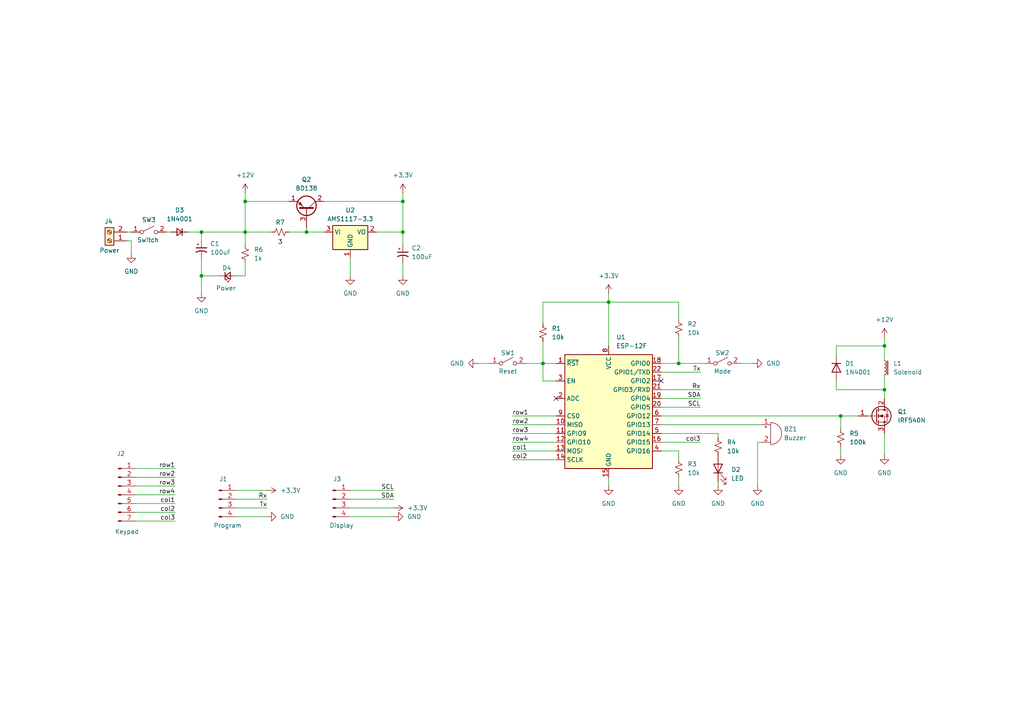
<source format=kicad_sch>
(kicad_sch (version 20231120) (generator "eeschema") (generator_version "8.0")
  (paper "A4")
  (lib_symbols
    (symbol "Connector:Conn_01x04_Pin" (pin_names (offset 1.016) hide)
      (property "Reference" "J" (at 0 5.08 0))
      (property "Value" "Conn_01x04_Pin" (at 0 -7.62 0))
      (symbol "Conn_01x04_Pin_1_1"
        (polyline (pts (xy 1.27 -5.08) (xy 0.8636 -5.08)) (stroke (width 0.1524)))
        (polyline (pts (xy 1.27 -2.54) (xy 0.8636 -2.54)) (stroke (width 0.1524)))
        (polyline (pts (xy 1.27 0) (xy 0.8636 0)) (stroke (width 0.1524)))
        (polyline (pts (xy 1.27 2.54) (xy 0.8636 2.54)) (stroke (width 0.1524)))
        (rectangle (start 0.8636 -4.953) (end 0 -5.207) (stroke (width 0.1524)) (fill (type outline)))
        (rectangle (start 0.8636 -2.413) (end 0 -2.667) (stroke (width 0.1524)) (fill (type outline)))
        (rectangle (start 0.8636 0.127) (end 0 -0.127) (stroke (width 0.1524)) (fill (type outline)))
        (rectangle (start 0.8636 2.667) (end 0 2.413) (stroke (width 0.1524)) (fill (type outline)))
        (pin passive line (at 5.08 2.54 180) (length 3.81) (name "Pin_1") (number "1"))
        (pin passive line (at 5.08 0 180) (length 3.81) (name "Pin_2") (number "2"))
        (pin passive line (at 5.08 -2.54 180) (length 3.81) (name "Pin_3") (number "3"))
        (pin passive line (at 5.08 -5.08 180) (length 3.81) (name "Pin_4") (number "4"))
      )
    )
    (symbol "Connector:Conn_01x07_Pin" (pin_names (offset 1.016) hide)
      (property "Reference" "J" (at 0 10.16 0))
      (property "Value" "Conn_01x07_Pin" (at 0 -10.16 0))
      (symbol "Conn_01x07_Pin_1_1"
        (polyline (pts (xy 1.27 -7.62) (xy 0.8636 -7.62)) (stroke (width 0.1524)))
        (polyline (pts (xy 1.27 -5.08) (xy 0.8636 -5.08)) (stroke (width 0.1524)))
        (polyline (pts (xy 1.27 -2.54) (xy 0.8636 -2.54)) (stroke (width 0.1524)))
        (polyline (pts (xy 1.27 0) (xy 0.8636 0)) (stroke (width 0.1524)))
        (polyline (pts (xy 1.27 2.54) (xy 0.8636 2.54)) (stroke (width 0.1524)))
        (polyline (pts (xy 1.27 5.08) (xy 0.8636 5.08)) (stroke (width 0.1524)))
        (polyline (pts (xy 1.27 7.62) (xy 0.8636 7.62)) (stroke (width 0.1524)))
        (rectangle (start 0.8636 -7.493) (end 0 -7.747) (stroke (width 0.1524)) (fill (type outline)))
        (rectangle (start 0.8636 -4.953) (end 0 -5.207) (stroke (width 0.1524)) (fill (type outline)))
        (rectangle (start 0.8636 -2.413) (end 0 -2.667) (stroke (width 0.1524)) (fill (type outline)))
        (rectangle (start 0.8636 0.127) (end 0 -0.127) (stroke (width 0.1524)) (fill (type outline)))
        (rectangle (start 0.8636 2.667) (end 0 2.413) (stroke (width 0.1524)) (fill (type outline)))
        (rectangle (start 0.8636 5.207) (end 0 4.953) (stroke (width 0.1524)) (fill (type outline)))
        (rectangle (start 0.8636 7.747) (end 0 7.493) (stroke (width 0.1524)) (fill (type outline)))
        (pin passive line (at 5.08 7.62 180) (length 3.81) (name "Pin_1") (number "1"))
        (pin passive line (at 5.08 5.08 180) (length 3.81) (name "Pin_2") (number "2"))
        (pin passive line (at 5.08 2.54 180) (length 3.81) (name "Pin_3") (number "3"))
        (pin passive line (at 5.08 0 180) (length 3.81) (name "Pin_4") (number "4"))
        (pin passive line (at 5.08 -2.54 180) (length 3.81) (name "Pin_5") (number "5"))
        (pin passive line (at 5.08 -5.08 180) (length 3.81) (name "Pin_6") (number "6"))
        (pin passive line (at 5.08 -7.62 180) (length 3.81) (name "Pin_7") (number "7"))
      )
    )
    (symbol "Connector:Screw_Terminal_01x02" (pin_names (offset 1.016) hide)
      (property "Reference" "J" (at 0 2.54 0))
      (property "Value" "Screw_Terminal_01x02" (at 0 -5.08 0))
      (symbol "Screw_Terminal_01x02_1_1"
        (rectangle (start -1.27 1.27) (end 1.27 -3.81) (stroke (width 0.254)) (fill (type background)))
        (circle (center 0 -2.54) (radius 0.635) (stroke (width 0.1524)))
        (polyline (pts (xy -0.5334 -2.2098) (xy 0.3302 -3.048)) (stroke (width 0.1524)))
        (polyline (pts (xy -0.5334 0.3302) (xy 0.3302 -0.508)) (stroke (width 0.1524)))
        (polyline (pts (xy -0.3556 -2.032) (xy 0.508 -2.8702)) (stroke (width 0.1524)))
        (polyline (pts (xy -0.3556 0.508) (xy 0.508 -0.3302)) (stroke (width 0.1524)))
        (circle (center 0 0) (radius 0.635) (stroke (width 0.1524)))
        (pin passive line (at -5.08 0 0) (length 3.81) (name "Pin_1") (number "1"))
        (pin passive line (at -5.08 -2.54 0) (length 3.81) (name "Pin_2") (number "2"))
      )
    )
    (symbol "Device:Buzzer" (pin_names (offset 0.0254) hide)
      (property "Reference" "BZ" (at 3.81 1.27 0))
      (property "Value" "Buzzer" (at 3.81 -1.27 0))
      (symbol "Buzzer_0_1"
        (arc (start 0 -3.175) (mid 3.1612 0) (end 0 3.175))
        (polyline (pts (xy -1.651 1.905) (xy -1.143 1.905)))
        (polyline (pts (xy -1.397 2.159) (xy -1.397 1.651)))
        (polyline (pts (xy 0 3.175) (xy 0 -3.175)))
      )
      (symbol "Buzzer_1_1"
        (pin passive line (at -2.54 2.54 0) (length 2.54) (name "+") (number "1"))
        (pin passive line (at -2.54 -2.54 0) (length 2.54) (name "-") (number "2"))
      )
    )
    (symbol "Device:C_Polarized_Small_US" (pin_numbers hide) (pin_names (offset 0.254) hide)
      (property "Reference" "C" (at 0.254 1.778 0))
      (property "Value" "C_Polarized_Small_US" (at 0.254 -2.032 0))
      (symbol "C_Polarized_Small_US_0_1"
        (polyline (pts (xy -1.524 0.508) (xy 1.524 0.508)) (stroke (width 0.3048)))
        (polyline (pts (xy -1.27 1.524) (xy -0.762 1.524)))
        (polyline (pts (xy -1.016 1.27) (xy -1.016 1.778)))
        (arc (start 1.524 -0.762) (mid 0 -0.3734) (end -1.524 -0.762) (stroke (width 0.3048)))
      )
      (symbol "C_Polarized_Small_US_1_1"
        (pin passive line (at 0 2.54 270) (length 2.032) (name "~") (number "1"))
        (pin passive line (at 0 -2.54 90) (length 2.032) (name "~") (number "2"))
      )
    )
    (symbol "Device:D_Small" (pin_numbers hide) (pin_names (offset 0.254) hide)
      (property "Reference" "D" (at -1.27 2.032 0))
      (property "Value" "D_Small" (at -3.81 -2.032 0))
      (symbol "D_Small_0_1"
        (polyline (pts (xy -0.762 -1.016) (xy -0.762 1.016)) (stroke (width 0.254)))
        (polyline (pts (xy -0.762 0) (xy 0.762 0)))
        (polyline (pts (xy 0.762 -1.016) (xy -0.762 0) (xy 0.762 1.016) (xy 0.762 -1.016)) (stroke (width 0.254)))
      )
      (symbol "D_Small_1_1"
        (pin passive line (at -2.54 0 0) (length 1.778) (name "K") (number "1"))
        (pin passive line (at 2.54 0 180) (length 1.778) (name "A") (number "2"))
      )
    )
    (symbol "Device:LED" (pin_numbers hide) (pin_names (offset 1.016) hide)
      (property "Reference" "D" (at 0 2.54 0))
      (property "Value" "LED" (at 0 -2.54 0))
      (symbol "LED_0_1"
        (polyline (pts (xy -1.27 -1.27) (xy -1.27 1.27)) (stroke (width 0.254)))
        (polyline (pts (xy -1.27 0) (xy 1.27 0)))
        (polyline (pts (xy 1.27 -1.27) (xy 1.27 1.27) (xy -1.27 0) (xy 1.27 -1.27)) (stroke (width 0.254)))
        (polyline (pts (xy -3.048 -0.762) (xy -4.572 -2.286) (xy -3.81 -2.286) (xy -4.572 -2.286) (xy -4.572 -1.524)))
        (polyline (pts (xy -1.778 -0.762) (xy -3.302 -2.286) (xy -2.54 -2.286) (xy -3.302 -2.286) (xy -3.302 -1.524)))
      )
      (symbol "LED_1_1"
        (pin passive line (at -3.81 0 0) (length 2.54) (name "K") (number "1"))
        (pin passive line (at 3.81 0 180) (length 2.54) (name "A") (number "2"))
      )
    )
    (symbol "Device:LED_Small" (pin_numbers hide) (pin_names (offset 0.254) hide)
      (property "Reference" "D" (at -1.27 3.175 0))
      (property "Value" "LED_Small" (at -4.445 -2.54 0))
      (symbol "LED_Small_0_1"
        (polyline (pts (xy -0.762 -1.016) (xy -0.762 1.016)) (stroke (width 0.254)))
        (polyline (pts (xy 1.016 0) (xy -0.762 0)))
        (polyline (pts (xy 0.762 -1.016) (xy -0.762 0) (xy 0.762 1.016) (xy 0.762 -1.016)) (stroke (width 0.254)))
        (polyline (pts (xy 0 0.762) (xy -0.508 1.27) (xy -0.254 1.27) (xy -0.508 1.27) (xy -0.508 1.016)))
        (polyline (pts (xy 0.508 1.27) (xy 0 1.778) (xy 0.254 1.778) (xy 0 1.778) (xy 0 1.524)))
      )
      (symbol "LED_Small_1_1"
        (pin passive line (at -2.54 0 0) (length 1.778) (name "K") (number "1"))
        (pin passive line (at 2.54 0 180) (length 1.778) (name "A") (number "2"))
      )
    )
    (symbol "Device:L_Iron_Small" (pin_numbers hide) (pin_names (offset 0.254) hide)
      (property "Reference" "L" (at 1.27 1.016 0))
      (property "Value" "L_Iron_Small" (at 1.27 -1.27 0))
      (symbol "L_Iron_Small_0_1"
        (arc (start 0 -2.032) (mid 0.5058 -1.524) (end 0 -1.016))
        (arc (start 0 -1.016) (mid 0.5058 -0.508) (end 0 0))
        (polyline (pts (xy 0.762 2.032) (xy 0.762 -2.032)))
        (polyline (pts (xy 1.016 -2.032) (xy 1.016 2.032)))
        (arc (start 0 0) (mid 0.5058 0.508) (end 0 1.016))
        (arc (start 0 1.016) (mid 0.5058 1.524) (end 0 2.032))
      )
      (symbol "L_Iron_Small_1_1"
        (pin passive line (at 0 2.54 270) (length 0.508) (name "~") (number "1"))
        (pin passive line (at 0 -2.54 90) (length 0.508) (name "~") (number "2"))
      )
    )
    (symbol "Device:R_Small_US" (pin_numbers hide) (pin_names (offset 0.254) hide)
      (property "Reference" "R" (at 0.762 0.508 0))
      (property "Value" "R_Small_US" (at 0.762 -1.016 0))
      (symbol "R_Small_US_1_1"
        (polyline (pts (xy 0 0) (xy 1.016 -0.381) (xy 0 -0.762) (xy -1.016 -1.143) (xy 0 -1.524)))
        (polyline (pts (xy 0 1.524) (xy 1.016 1.143) (xy 0 0.762) (xy -1.016 0.381) (xy 0 0)))
        (pin passive line (at 0 2.54 270) (length 1.016) (name "~") (number "1"))
        (pin passive line (at 0 -2.54 90) (length 1.016) (name "~") (number "2"))
      )
    )
    (symbol "Diode:1N4001" (pin_numbers hide) (pin_names hide)
      (property "Reference" "D" (at 0 2.54 0))
      (property "Value" "1N4001" (at 0 -2.54 0))
      (symbol "1N4001_0_1"
        (polyline (pts (xy -1.27 1.27) (xy -1.27 -1.27)) (stroke (width 0.254)))
        (polyline (pts (xy 1.27 0) (xy -1.27 0)))
        (polyline (pts (xy 1.27 1.27) (xy 1.27 -1.27) (xy -1.27 0) (xy 1.27 1.27)) (stroke (width 0.254)))
      )
      (symbol "1N4001_1_1"
        (pin passive line (at -3.81 0 0) (length 2.54) (name "K") (number "1"))
        (pin passive line (at 3.81 0 180) (length 2.54) (name "A") (number "2"))
      )
    )
    (symbol "RF_Module:ESP-12F"
      (property "Reference" "U" (at -12.7 19.05 0))
      (property "Value" "ESP-12F" (at 12.7 19.05 0))
      (symbol "ESP-12F_0_1"
        (rectangle (start -12.7 17.78) (end 12.7 -15.24) (stroke (width 0.254)) (fill (type background)))
      )
      (symbol "ESP-12F_1_1"
        (pin input line (at -15.24 15.24 0) (length 2.54) (name "~{RST}") (number "1"))
        (pin bidirectional line (at -15.24 -2.54 0) (length 2.54) (name "MISO") (number "10"))
        (pin bidirectional line (at -15.24 -5.08 0) (length 2.54) (name "GPIO9") (number "11"))
        (pin bidirectional line (at -15.24 -7.62 0) (length 2.54) (name "GPIO10") (number "12"))
        (pin bidirectional line (at -15.24 -10.16 0) (length 2.54) (name "MOSI") (number "13"))
        (pin bidirectional line (at -15.24 -12.7 0) (length 2.54) (name "SCLK") (number "14"))
        (pin power_in line (at 0 -17.78 90) (length 2.54) (name "GND") (number "15"))
        (pin bidirectional line (at 15.24 -7.62 180) (length 2.54) (name "GPIO15") (number "16"))
        (pin bidirectional line (at 15.24 10.16 180) (length 2.54) (name "GPIO2") (number "17"))
        (pin bidirectional line (at 15.24 15.24 180) (length 2.54) (name "GPIO0") (number "18"))
        (pin bidirectional line (at 15.24 5.08 180) (length 2.54) (name "GPIO4") (number "19"))
        (pin input line (at -15.24 5.08 0) (length 2.54) (name "ADC") (number "2"))
        (pin bidirectional line (at 15.24 2.54 180) (length 2.54) (name "GPIO5") (number "20"))
        (pin bidirectional line (at 15.24 7.62 180) (length 2.54) (name "GPIO3/RXD") (number "21"))
        (pin bidirectional line (at 15.24 12.7 180) (length 2.54) (name "GPIO1/TXD") (number "22"))
        (pin input line (at -15.24 10.16 0) (length 2.54) (name "EN") (number "3"))
        (pin bidirectional line (at 15.24 -10.16 180) (length 2.54) (name "GPIO16") (number "4"))
        (pin bidirectional line (at 15.24 -5.08 180) (length 2.54) (name "GPIO14") (number "5"))
        (pin bidirectional line (at 15.24 0 180) (length 2.54) (name "GPIO12") (number "6"))
        (pin bidirectional line (at 15.24 -2.54 180) (length 2.54) (name "GPIO13") (number "7"))
        (pin power_in line (at 0 20.32 270) (length 2.54) (name "VCC") (number "8"))
        (pin input line (at -15.24 0 0) (length 2.54) (name "CS0") (number "9"))
      )
    )
    (symbol "Regulator_Linear:AMS1117-3.3"
      (property "Reference" "U" (at -3.81 3.175 0))
      (property "Value" "AMS1117-3.3" (at 0 3.175 0))
      (symbol "AMS1117-3.3_0_1"
        (rectangle (start -5.08 -5.08) (end 5.08 1.905) (stroke (width 0.254)) (fill (type background)))
      )
      (symbol "AMS1117-3.3_1_1"
        (pin power_in line (at 0 -7.62 90) (length 2.54) (name "GND") (number "1"))
        (pin power_out line (at 7.62 0 180) (length 2.54) (name "VO") (number "2"))
        (pin power_in line (at -7.62 0 0) (length 2.54) (name "VI") (number "3"))
      )
    )
    (symbol "Switch:SW_SPST" (pin_names (offset 0) hide)
      (property "Reference" "SW" (at 0 3.175 0))
      (property "Value" "SW_SPST" (at 0 -2.54 0))
      (symbol "SW_SPST_0_0"
        (circle (center -2.032 0) (radius 0.508))
        (polyline (pts (xy -1.524 0.254) (xy 1.524 1.778)))
        (circle (center 2.032 0) (radius 0.508))
      )
      (symbol "SW_SPST_1_1"
        (pin passive line (at -5.08 0 0) (length 2.54) (name "A") (number "1"))
        (pin passive line (at 5.08 0 180) (length 2.54) (name "B") (number "2"))
      )
    )
    (symbol "Transistor_BJT:BD138" (pin_names (offset 0) hide)
      (property "Reference" "Q" (at 5.08 1.905 0))
      (property "Value" "BD138" (at 5.08 0 0))
      (symbol "BD138_0_1"
        (polyline (pts (xy 0 0) (xy 0.635 0)))
        (polyline (pts (xy 2.54 -2.54) (xy 0.635 -0.635)))
        (polyline (pts (xy 2.54 2.54) (xy 0.635 0.635)))
        (polyline (pts (xy 0.635 1.905) (xy 0.635 -1.905) (xy 0.635 -1.905)) (stroke (width 0.508)) (fill (type outline)))
        (polyline (pts (xy 1.778 -2.286) (xy 2.286 -1.778) (xy 1.27 -1.27) (xy 1.778 -2.286) (xy 1.778 -2.286)) (fill (type outline)))
        (circle (center 1.27 0) (radius 2.8194) (stroke (width 0.3048)))
      )
      (symbol "BD138_1_1"
        (pin passive line (at 2.54 -5.08 90) (length 2.54) (name "E") (number "1"))
        (pin passive line (at 2.54 5.08 270) (length 2.54) (name "C") (number "2"))
        (pin input line (at -5.08 0 0) (length 5.08) (name "B") (number "3"))
      )
    )
    (symbol "Transistor_FET:IRF540N" (pin_names hide)
      (property "Reference" "Q" (at 5.08 1.905 0))
      (property "Value" "IRF540N" (at 5.08 0 0))
      (symbol "IRF540N_0_1"
        (polyline (pts (xy 0.254 0) (xy -2.54 0)))
        (polyline (pts (xy 0.254 1.905) (xy 0.254 -1.905)) (stroke (width 0.254)))
        (polyline (pts (xy 0.762 -1.27) (xy 0.762 -2.286)) (stroke (width 0.254)))
        (polyline (pts (xy 0.762 0.508) (xy 0.762 -0.508)) (stroke (width 0.254)))
        (polyline (pts (xy 0.762 2.286) (xy 0.762 1.27)) (stroke (width 0.254)))
        (polyline (pts (xy 2.54 2.54) (xy 2.54 1.778)))
        (polyline (pts (xy 2.54 -2.54) (xy 2.54 0) (xy 0.762 0)))
        (polyline (pts (xy 0.762 -1.778) (xy 3.302 -1.778) (xy 3.302 1.778) (xy 0.762 1.778)))
        (polyline (pts (xy 1.016 0) (xy 2.032 0.381) (xy 2.032 -0.381) (xy 1.016 0)) (fill (type outline)))
        (polyline (pts (xy 2.794 0.508) (xy 2.921 0.381) (xy 3.683 0.381) (xy 3.81 0.254)))
        (polyline (pts (xy 3.302 0.381) (xy 2.921 -0.254) (xy 3.683 -0.254) (xy 3.302 0.381)))
        (circle (center 1.651 0) (radius 2.794) (stroke (width 0.254)))
        (circle (center 2.54 -1.778) (radius 0.254) (fill (type outline)))
        (circle (center 2.54 1.778) (radius 0.254) (fill (type outline)))
      )
      (symbol "IRF540N_1_1"
        (pin input line (at -5.08 0 0) (length 2.54) (name "G") (number "1"))
        (pin passive line (at 2.54 5.08 270) (length 2.54) (name "D") (number "2"))
        (pin passive line (at 2.54 -5.08 90) (length 2.54) (name "S") (number "3"))
      )
    )
    (symbol "power:+12V" (power) (pin_numbers hide) (pin_names (offset 0) hide)
      (property "Value" "+12V" (at 0 3.556 0))
      (symbol "+12V_0_1"
        (polyline (pts (xy -0.762 1.27) (xy 0 2.54)))
        (polyline (pts (xy 0 0) (xy 0 2.54)))
        (polyline (pts (xy 0 2.54) (xy 0.762 1.27)))
      )
      (symbol "+12V_1_1"
        (pin power_in line (at 0 0 90) (length 0) (name "~") (number "1"))
      )
    )
    (symbol "power:+3.3V" (power) (pin_numbers hide) (pin_names (offset 0) hide)
      (property "Value" "+3.3V" (at 0 3.556 0))
      (symbol "+3.3V_0_1"
        (polyline (pts (xy -0.762 1.27) (xy 0 2.54)))
        (polyline (pts (xy 0 0) (xy 0 2.54)))
        (polyline (pts (xy 0 2.54) (xy 0.762 1.27)))
      )
      (symbol "+3.3V_1_1"
        (pin power_in line (at 0 0 90) (length 0) (name "~") (number "1"))
      )
    )
    (symbol "power:GND" (power) (pin_numbers hide) (pin_names (offset 0) hide)
      (property "Value" "GND" (at 0 -3.81 0))
      (symbol "GND_0_1"
        (polyline (pts (xy 0 0) (xy 0 -1.27) (xy 1.27 -1.27) (xy 0 -2.54) (xy -1.27 -1.27) (xy 0 -1.27)))
      )
      (symbol "GND_1_1"
        (pin power_in line (at 0 0 270) (length 0) (name "~") (number "1"))
      )
    )
  )
  (junction (at 58.42 80.01))
  (junction (at 196.85 105.41))
  (junction (at 71.12 67.31))
  (junction (at 88.9 67.31))
  (junction (at 116.84 67.31))
  (junction (at 176.53 87.63))
  (junction (at 58.42 67.31))
  (junction (at 116.84 58.42))
  (junction (at 243.84 120.65))
  (junction (at 256.54 100.33))
  (junction (at 71.12 58.42))
  (junction (at 157.48 105.41))
  (junction (at 256.54 113.03))
  (no_connect (at 191.77 110.49))
  (no_connect (at 161.29 115.57))
  (wire (pts (xy 101.6 147.32) (xy 114.3 147.32)))
  (wire (pts (xy 219.71 128.27) (xy 220.98 128.27)))
  (wire (pts (xy 148.59 128.27) (xy 161.29 128.27)))
  (wire (pts (xy 157.48 93.98) (xy 157.48 87.63)))
  (wire (pts (xy 36.83 69.85) (xy 38.1 69.85)))
  (wire (pts (xy 256.54 113.03) (xy 256.54 115.57)))
  (wire (pts (xy 38.1 69.85) (xy 38.1 73.66)))
  (wire (pts (xy 138.43 105.41) (xy 142.24 105.41)))
  (wire (pts (xy 58.42 80.01) (xy 58.42 74.93)))
  (wire (pts (xy 68.58 149.86) (xy 77.47 149.86)))
  (wire (pts (xy 116.84 76.2) (xy 116.84 80.01)))
  (wire (pts (xy 71.12 67.31) (xy 71.12 71.12)))
  (wire (pts (xy 88.9 66.04) (xy 88.9 67.31)))
  (wire (pts (xy 39.37 140.97) (xy 50.8 140.97)))
  (wire (pts (xy 196.85 92.71) (xy 196.85 87.63)))
  (wire (pts (xy 176.53 138.43) (xy 176.53 140.97)))
  (wire (pts (xy 116.84 67.31) (xy 116.84 71.12)))
  (wire (pts (xy 88.9 67.31) (xy 93.98 67.31)))
  (wire (pts (xy 214.63 105.41) (xy 218.44 105.41)))
  (wire (pts (xy 58.42 67.31) (xy 71.12 67.31)))
  (wire (pts (xy 101.6 149.86) (xy 114.3 149.86)))
  (wire (pts (xy 71.12 58.42) (xy 71.12 67.31)))
  (wire (pts (xy 191.77 107.95) (xy 203.2 107.95)))
  (wire (pts (xy 191.77 118.11) (xy 203.2 118.11)))
  (wire (pts (xy 68.58 142.24) (xy 77.47 142.24)))
  (wire (pts (xy 196.85 97.79) (xy 196.85 105.41)))
  (wire (pts (xy 58.42 80.01) (xy 58.42 85.09)))
  (wire (pts (xy 191.77 120.65) (xy 243.84 120.65)))
  (wire (pts (xy 152.4 105.41) (xy 157.48 105.41)))
  (wire (pts (xy 243.84 120.65) (xy 248.92 120.65)))
  (wire (pts (xy 39.37 148.59) (xy 50.8 148.59)))
  (wire (pts (xy 157.48 99.06) (xy 157.48 105.41)))
  (wire (pts (xy 148.59 120.65) (xy 161.29 120.65)))
  (wire (pts (xy 157.48 105.41) (xy 161.29 105.41)))
  (wire (pts (xy 191.77 105.41) (xy 196.85 105.41)))
  (wire (pts (xy 157.48 105.41) (xy 157.48 110.49)))
  (wire (pts (xy 208.28 125.73) (xy 208.28 127)))
  (wire (pts (xy 68.58 80.01) (xy 71.12 80.01)))
  (wire (pts (xy 71.12 58.42) (xy 83.82 58.42)))
  (wire (pts (xy 71.12 67.31) (xy 78.74 67.31)))
  (wire (pts (xy 176.53 85.09) (xy 176.53 87.63)))
  (wire (pts (xy 256.54 125.73) (xy 256.54 132.08)))
  (wire (pts (xy 176.53 87.63) (xy 196.85 87.63)))
  (wire (pts (xy 116.84 55.88) (xy 116.84 58.42)))
  (wire (pts (xy 71.12 55.88) (xy 71.12 58.42)))
  (wire (pts (xy 196.85 138.43) (xy 196.85 140.97)))
  (wire (pts (xy 68.58 147.32) (xy 77.47 147.32)))
  (wire (pts (xy 242.57 100.33) (xy 242.57 102.87)))
  (wire (pts (xy 109.22 67.31) (xy 116.84 67.31)))
  (wire (pts (xy 242.57 113.03) (xy 256.54 113.03)))
  (wire (pts (xy 191.77 113.03) (xy 203.2 113.03)))
  (wire (pts (xy 196.85 130.81) (xy 196.85 133.35)))
  (wire (pts (xy 39.37 138.43) (xy 50.8 138.43)))
  (wire (pts (xy 54.61 67.31) (xy 58.42 67.31)))
  (wire (pts (xy 157.48 110.49) (xy 161.29 110.49)))
  (wire (pts (xy 242.57 110.49) (xy 242.57 113.03)))
  (wire (pts (xy 39.37 135.89) (xy 50.8 135.89)))
  (wire (pts (xy 256.54 97.79) (xy 256.54 100.33)))
  (wire (pts (xy 256.54 100.33) (xy 242.57 100.33)))
  (wire (pts (xy 243.84 129.54) (xy 243.84 132.08)))
  (wire (pts (xy 116.84 58.42) (xy 116.84 67.31)))
  (wire (pts (xy 93.98 58.42) (xy 116.84 58.42)))
  (wire (pts (xy 68.58 144.78) (xy 77.47 144.78)))
  (wire (pts (xy 219.71 140.97) (xy 219.71 128.27)))
  (wire (pts (xy 48.26 67.31) (xy 49.53 67.31)))
  (wire (pts (xy 83.82 67.31) (xy 88.9 67.31)))
  (wire (pts (xy 191.77 130.81) (xy 196.85 130.81)))
  (wire (pts (xy 191.77 128.27) (xy 203.2 128.27)))
  (wire (pts (xy 157.48 87.63) (xy 176.53 87.63)))
  (wire (pts (xy 196.85 105.41) (xy 204.47 105.41)))
  (wire (pts (xy 101.6 74.93) (xy 101.6 80.01)))
  (wire (pts (xy 58.42 67.31) (xy 58.42 69.85)))
  (wire (pts (xy 256.54 104.14) (xy 256.54 100.33)))
  (wire (pts (xy 101.6 144.78) (xy 114.3 144.78)))
  (wire (pts (xy 71.12 80.01) (xy 71.12 76.2)))
  (wire (pts (xy 191.77 115.57) (xy 203.2 115.57)))
  (wire (pts (xy 148.59 125.73) (xy 161.29 125.73)))
  (wire (pts (xy 176.53 87.63) (xy 176.53 100.33)))
  (wire (pts (xy 39.37 143.51) (xy 50.8 143.51)))
  (wire (pts (xy 243.84 120.65) (xy 243.84 124.46)))
  (wire (pts (xy 39.37 151.13) (xy 50.8 151.13)))
  (wire (pts (xy 148.59 123.19) (xy 161.29 123.19)))
  (wire (pts (xy 191.77 125.73) (xy 208.28 125.73)))
  (wire (pts (xy 208.28 139.7) (xy 208.28 140.97)))
  (wire (pts (xy 63.5 80.01) (xy 58.42 80.01)))
  (wire (pts (xy 148.59 133.35) (xy 161.29 133.35)))
  (wire (pts (xy 148.59 130.81) (xy 161.29 130.81)))
  (wire (pts (xy 191.77 123.19) (xy 220.98 123.19)))
  (wire (pts (xy 256.54 109.22) (xy 256.54 113.03)))
  (wire (pts (xy 39.37 146.05) (xy 50.8 146.05)))
  (wire (pts (xy 38.1 67.31) (xy 36.83 67.31)))
  (wire (pts (xy 101.6 142.24) (xy 114.3 142.24)))
  (label "SCL" (at 203.2 118.11 180))
  (label "row4" (at 148.59 128.27 0))
  (label "row1" (at 50.8 135.89 180))
  (label "col1" (at 50.8 146.05 180))
  (label "col2" (at 148.59 133.35 0))
  (label "row3" (at 148.59 125.73 0))
  (label "SCL" (at 114.3 142.24 180))
  (label "Rx" (at 203.2 113.03 180))
  (label "Tx" (at 77.47 147.32 180))
  (label "col3" (at 50.8 151.13 180))
  (label "Tx" (at 203.2 107.95 180))
  (label "col1" (at 148.59 130.81 0))
  (label "row2" (at 50.8 138.43 180))
  (label "col2" (at 50.8 148.59 180))
  (label "row2" (at 148.59 123.19 0))
  (label "SDA" (at 114.3 144.78 180))
  (label "row3" (at 50.8 140.97 180))
  (label "col3" (at 203.2 128.27 180))
  (label "Rx" (at 77.47 144.78 180))
  (label "SDA" (at 203.2 115.57 180))
  (label "row4" (at 50.8 143.51 180))
  (label "row1" (at 148.59 120.65 0))
  (symbol (lib_id "Diode:1N4001") (at 242.57 106.68 270) (unit 1)
    (property "Reference" "D1" (at 245.11 105.4099 90) (effects (justify left)))
    (property "Value" "1N4001" (at 245.11 107.9499 90) (effects (justify left)))
    (property "Footprint" "Diode_THT:D_DO-41_SOD81_P10.16mm_Horizontal" (effects (hide yes)))
    (property "Datasheet" "http://www.vishay.com/docs/88503/1n4001.pdf" (effects (hide yes)))
    (property "Description" "50V 1A General Purpose Rectifier Diode, DO-41" (effects (hide yes)))
    (property "Sim.Device" "D" (effects (hide yes)))
    (property "Sim.Pins" "1=K 2=A" (effects (hide yes)))
  )
  (symbol (lib_id "Device:D_Small") (at 52.07 67.31 180) (unit 1)
    (property "Reference" "D3" (at 52.07 60.96 0))
    (property "Value" "1N4001" (at 52.07 63.5 0))
    (property "Footprint" "Diode_THT:D_A-405_P10.16mm_Horizontal" (effects (hide yes)))
    (property "Description" "Diode, small symbol" (effects (hide yes)))
    (property "Sim.Device" "D" (effects (hide yes)))
    (property "Sim.Pins" "1=K 2=A" (effects (hide yes)))
  )
  (symbol (lib_id "power:GND") (at 116.84 80.01 0) (unit 1)
    (property "Reference" "#PWR020" (effects (hide yes)))
    (property "Value" "GND" (at 116.84 85.09 0))
    (property "Description" "Power symbol creates a global label with name \"GND\" , ground" (effects (hide yes)))
  )
  (symbol (lib_id "power:+12V") (at 256.54 97.79 0) (unit 1)
    (property "Reference" "#PWR010" (effects (hide yes)))
    (property "Value" "+12V" (at 256.54 92.71 0))
    (property "Description" "Power symbol creates a global label with name \"+12V\"" (effects (hide yes)))
  )
  (symbol (lib_id "Transistor_BJT:BD138") (at 88.9 60.96 270) (mirror x) (unit 1)
    (property "Reference" "Q2" (at 88.9 52.07 90))
    (property "Value" "BD138" (at 88.9 54.61 90))
    (property "Footprint" "Package_TO_SOT_THT:TO-126-3_Vertical" (effects (hide yes)))
    (property "Datasheet" "http://www.st.com/internet/com/TECHNICAL_RESOURCES/TECHNICAL_LITERATURE/DATASHEET/CD00001225.pdf" (effects (hide yes)))
    (property "Description" "1.5A Ic, 60V Vce, Low Voltage Transistor, TO-126" (effects (hide yes)))
  )
  (symbol (lib_id "power:GND") (at 218.44 105.41 90) (unit 1)
    (property "Reference" "#PWR04" (effects (hide yes)))
    (property "Value" "GND" (at 222.25 105.4099 90) (effects (justify right)))
    (property "Description" "Power symbol creates a global label with name \"GND\" , ground" (effects (hide yes)))
  )
  (symbol (lib_id "Device:C_Polarized_Small_US") (at 116.84 73.66 0) (unit 1)
    (property "Reference" "C2" (at 119.38 71.9581 0) (effects (justify left)))
    (property "Value" "100uF" (at 119.38 74.4981 0) (effects (justify left)))
    (property "Footprint" "Capacitor_THT:CP_Radial_D5.0mm_P2.50mm" (effects (hide yes)))
    (property "Description" "Polarized capacitor, small US symbol" (effects (hide yes)))
  )
  (symbol (lib_id "Switch:SW_SPST") (at 147.32 105.41 0) (unit 1)
    (property "Reference" "SW1" (at 147.32 102.362 0))
    (property "Value" "Reset" (at 147.32 107.696 0))
    (property "Footprint" "Button_Switch_THT:SW_PUSH_6mm" (effects (hide yes)))
    (property "Description" "Single Pole Single Throw (SPST) switch" (effects (hide yes)))
  )
  (symbol (lib_id "Device:R_Small_US") (at 71.12 73.66 0) (unit 1)
    (property "Reference" "R6" (at 73.66 72.3899 0) (effects (justify left)))
    (property "Value" "1k" (at 73.66 74.9299 0) (effects (justify left)))
    (property "Footprint" "Resistor_THT:R_Axial_DIN0207_L6.3mm_D2.5mm_P10.16mm_Horizontal" (effects (hide yes)))
    (property "Description" "Resistor, small US symbol" (effects (hide yes)))
  )
  (symbol (lib_id "Regulator_Linear:AMS1117-3.3") (at 101.6 67.31 0) (unit 1)
    (property "Reference" "U2" (at 101.6 60.96 0))
    (property "Value" "AMS1117-3.3" (at 101.6 63.5 0))
    (property "Footprint" "Package_TO_SOT_SMD:SOT-223-3_TabPin2" (effects (hide yes)))
    (property "Datasheet" "http://www.advanced-monolithic.com/pdf/ds1117.pdf" (effects (hide yes)))
    (property "Description" "1A Low Dropout regulator, positive, 3.3V fixed output, SOT-223" (effects (hide yes)))
  )
  (symbol (lib_id "power:GND") (at 196.85 140.97 0) (unit 1)
    (property "Reference" "#PWR05" (effects (hide yes)))
    (property "Value" "GND" (at 196.85 146.05 0))
    (property "Description" "Power symbol creates a global label with name \"GND\" , ground" (effects (hide yes)))
  )
  (symbol (lib_id "Connector:Conn_01x04_Pin") (at 63.5 144.78 0) (unit 1)
    (property "Reference" "J1" (at 64.77 138.938 0))
    (property "Value" "Program" (at 66.04 152.4 0))
    (property "Footprint" "Connector_PinHeader_2.54mm:PinHeader_1x04_P2.54mm_Vertical" (effects (hide yes)))
    (property "Description" "Generic connector, single row, 01x04, script generated" (effects (hide yes)))
  )
  (symbol (lib_id "Device:R_Small_US") (at 157.48 96.52 0) (unit 1)
    (property "Reference" "R1" (at 160.02 95.2499 0) (effects (justify left)))
    (property "Value" "10k" (at 160.02 97.7899 0) (effects (justify left)))
    (property "Footprint" "Resistor_THT:R_Axial_DIN0207_L6.3mm_D2.5mm_P10.16mm_Horizontal" (effects (hide yes)))
    (property "Description" "Resistor, small US symbol" (effects (hide yes)))
  )
  (symbol (lib_id "power:GND") (at 138.43 105.41 270) (unit 1)
    (property "Reference" "#PWR03" (effects (hide yes)))
    (property "Value" "GND" (at 134.62 105.4099 90) (effects (justify right)))
    (property "Description" "Power symbol creates a global label with name \"GND\" , ground" (effects (hide yes)))
  )
  (symbol (lib_id "power:+3.3V") (at 77.47 142.24 270) (unit 1)
    (property "Reference" "#PWR07" (effects (hide yes)))
    (property "Value" "+3.3V" (at 81.28 142.2399 90) (effects (justify left)))
    (property "Description" "Power symbol creates a global label with name \"+3.3V\"" (effects (hide yes)))
  )
  (symbol (lib_id "power:GND") (at 208.28 140.97 0) (unit 1)
    (property "Reference" "#PWR013" (effects (hide yes)))
    (property "Value" "GND" (at 208.28 146.05 0))
    (property "Description" "Power symbol creates a global label with name \"GND\" , ground" (effects (hide yes)))
  )
  (symbol (lib_id "Device:LED_Small") (at 66.04 80.01 0) (mirror x) (unit 1)
    (property "Reference" "D4" (at 65.786 77.724 0))
    (property "Value" "Power" (at 65.532 83.566 0))
    (property "Footprint" "LED_THT:LED_D3.0mm" (effects (hide yes)))
    (property "Description" "Light emitting diode, small symbol" (effects (hide yes)))
  )
  (symbol (lib_id "Device:R_Small_US") (at 81.28 67.31 90) (unit 1)
    (property "Reference" "R7" (at 81.28 64.516 90))
    (property "Value" "3" (at 81.28 70.104 90))
    (property "Footprint" "Resistor_THT:R_Axial_DIN0207_L6.3mm_D2.5mm_P10.16mm_Horizontal" (effects (hide yes)))
    (property "Description" "Resistor, small US symbol" (effects (hide yes)))
  )
  (symbol (lib_id "power:GND") (at 101.6 80.01 0) (unit 1)
    (property "Reference" "#PWR018" (effects (hide yes)))
    (property "Value" "GND" (at 101.6 85.09 0))
    (property "Description" "Power symbol creates a global label with name \"GND\" , ground" (effects (hide yes)))
  )
  (symbol (lib_id "Device:Buzzer") (at 223.52 125.73 0) (unit 1)
    (property "Reference" "BZ1" (at 227.33 124.4599 0) (effects (justify left)))
    (property "Value" "Buzzer" (at 227.33 126.9999 0) (effects (justify left)))
    (property "Footprint" "Buzzer_Beeper:Buzzer_12x9.5RM7.6" (effects (hide yes)))
    (property "Description" "Buzzer, polarized" (effects (hide yes)))
  )
  (symbol (lib_id "power:GND") (at 219.71 140.97 0) (unit 1)
    (property "Reference" "#PWR014" (effects (hide yes)))
    (property "Value" "GND" (at 219.71 146.05 0))
    (property "Description" "Power symbol creates a global label with name \"GND\" , ground" (effects (hide yes)))
  )
  (symbol (lib_id "power:GND") (at 114.3 149.86 90) (unit 1)
    (property "Reference" "#PWR08" (effects (hide yes)))
    (property "Value" "GND" (at 118.11 149.8599 90) (effects (justify right)))
    (property "Description" "Power symbol creates a global label with name \"GND\" , ground" (effects (hide yes)))
  )
  (symbol (lib_id "Device:R_Small_US") (at 243.84 127 180) (unit 1)
    (property "Reference" "R5" (at 246.38 125.7299 0) (effects (justify right)))
    (property "Value" "100k" (at 246.38 128.2699 0) (effects (justify right)))
    (property "Footprint" "Resistor_THT:R_Axial_DIN0207_L6.3mm_D2.5mm_P10.16mm_Horizontal" (effects (hide yes)))
    (property "Description" "Resistor, small US symbol" (effects (hide yes)))
  )
  (symbol (lib_id "power:GND") (at 77.47 149.86 90) (unit 1)
    (property "Reference" "#PWR06" (effects (hide yes)))
    (property "Value" "GND" (at 81.28 149.8599 90) (effects (justify right)))
    (property "Description" "Power symbol creates a global label with name \"GND\" , ground" (effects (hide yes)))
  )
  (symbol (lib_id "Device:L_Iron_Small") (at 256.54 106.68 0) (unit 1)
    (property "Reference" "L1" (at 259.08 105.4099 0) (effects (justify left)))
    (property "Value" "Solenoid" (at 259.08 107.9499 0) (effects (justify left)))
    (property "Footprint" "TerminalBlock:TerminalBlock_bornier-2_P5.08mm" (effects (hide yes)))
    (property "Description" "Inductor with iron core, small symbol" (effects (hide yes)))
  )
  (symbol (lib_id "power:+3.3V") (at 176.53 85.09 0) (unit 1)
    (property "Reference" "#PWR01" (effects (hide yes)))
    (property "Value" "+3.3V" (at 176.53 80.01 0))
    (property "Description" "Power symbol creates a global label with name \"+3.3V\"" (effects (hide yes)))
  )
  (symbol (lib_id "power:GND") (at 58.42 85.09 0) (unit 1)
    (property "Reference" "#PWR016" (effects (hide yes)))
    (property "Value" "GND" (at 58.42 90.17 0))
    (property "Description" "Power symbol creates a global label with name \"GND\" , ground" (effects (hide yes)))
  )
  (symbol (lib_id "power:GND") (at 243.84 132.08 0) (unit 1)
    (property "Reference" "#PWR011" (effects (hide yes)))
    (property "Value" "GND" (at 243.84 137.16 0))
    (property "Description" "Power symbol creates a global label with name \"GND\" , ground" (effects (hide yes)))
  )
  (symbol (lib_id "power:+12V") (at 71.12 55.88 0) (unit 1)
    (property "Reference" "#PWR017" (effects (hide yes)))
    (property "Value" "+12V" (at 71.12 50.8 0))
    (property "Description" "Power symbol creates a global label with name \"+12V\"" (effects (hide yes)))
  )
  (symbol (lib_id "power:+3.3V") (at 114.3 147.32 270) (unit 1)
    (property "Reference" "#PWR09" (effects (hide yes)))
    (property "Value" "+3.3V" (at 118.11 147.3199 90) (effects (justify left)))
    (property "Description" "Power symbol creates a global label with name \"+3.3V\"" (effects (hide yes)))
  )
  (symbol (lib_id "RF_Module:ESP-12F") (at 176.53 120.65 0) (unit 1)
    (property "Reference" "U1" (at 178.7241 97.79 0) (effects (justify left)))
    (property "Value" "ESP-12F" (at 178.7241 100.33 0) (effects (justify left)))
    (property "Footprint" "RF_Module:ESP-12E" (effects (hide yes)))
    (property "Datasheet" "http://wiki.ai-thinker.com/_media/esp8266/esp8266_series_modules_user_manual_v1.1.pdf" (effects (hide yes)))
    (property "Description" "802.11 b/g/n Wi-Fi Module" (effects (hide yes)))
  )
  (symbol (lib_id "Transistor_FET:IRF540N") (at 254 120.65 0) (unit 1)
    (property "Reference" "Q1" (at 260.35 119.3799 0) (effects (justify left)))
    (property "Value" "IRF540N" (at 260.35 121.9199 0) (effects (justify left)))
    (property "Footprint" "Package_TO_SOT_THT:TO-220-3_Vertical" (effects (hide yes)))
    (property "Datasheet" "http://www.irf.com/product-info/datasheets/data/irf540n.pdf" (effects (hide yes)))
    (property "Description" "33A Id, 100V Vds, HEXFET N-Channel MOSFET, TO-220" (effects (hide yes)))
  )
  (symbol (lib_id "power:GND") (at 38.1 73.66 0) (unit 1)
    (property "Reference" "#PWR015" (effects (hide yes)))
    (property "Value" "GND" (at 38.1 78.74 0))
    (property "Description" "Power symbol creates a global label with name \"GND\" , ground" (effects (hide yes)))
  )
  (symbol (lib_id "Switch:SW_SPST") (at 43.18 67.31 0) (unit 1)
    (property "Reference" "SW3" (at 43.18 63.754 0))
    (property "Value" "Switch" (at 42.926 69.596 0))
    (property "Footprint" "TestPoint:TestPoint_2Pads_Pitch2.54mm_Drill0.8mm" (effects (hide yes)))
    (property "Description" "Single Pole Single Throw (SPST) switch" (effects (hide yes)))
  )
  (symbol (lib_id "Device:R_Small_US") (at 196.85 135.89 0) (unit 1)
    (property "Reference" "R3" (at 199.39 134.6199 0) (effects (justify left)))
    (property "Value" "10k" (at 199.39 137.1599 0) (effects (justify left)))
    (property "Footprint" "Resistor_THT:R_Axial_DIN0207_L6.3mm_D2.5mm_P10.16mm_Horizontal" (effects (hide yes)))
    (property "Description" "Resistor, small US symbol" (effects (hide yes)))
  )
  (symbol (lib_id "Switch:SW_SPST") (at 209.55 105.41 0) (unit 1)
    (property "Reference" "SW2" (at 209.55 102.362 0))
    (property "Value" "Mode" (at 209.55 107.696 0))
    (property "Footprint" "Button_Switch_THT:SW_PUSH_6mm" (effects (hide yes)))
    (property "Description" "Single Pole Single Throw (SPST) switch" (effects (hide yes)))
  )
  (symbol (lib_id "Device:LED") (at 208.28 135.89 90) (unit 1)
    (property "Reference" "D2" (at 212.09 136.2074 90) (effects (justify right)))
    (property "Value" "LED" (at 212.09 138.7474 90) (effects (justify right)))
    (property "Footprint" "LED_THT:LED_D3.0mm" (effects (hide yes)))
    (property "Description" "Light emitting diode" (effects (hide yes)))
  )
  (symbol (lib_id "Device:R_Small_US") (at 208.28 129.54 0) (unit 1)
    (property "Reference" "R4" (at 210.82 128.2699 0) (effects (justify left)))
    (property "Value" "10k" (at 210.82 130.8099 0) (effects (justify left)))
    (property "Footprint" "Resistor_THT:R_Axial_DIN0207_L6.3mm_D2.5mm_P10.16mm_Horizontal" (effects (hide yes)))
    (property "Description" "Resistor, small US symbol" (effects (hide yes)))
  )
  (symbol (lib_id "power:GND") (at 256.54 132.08 0) (unit 1)
    (property "Reference" "#PWR012" (effects (hide yes)))
    (property "Value" "GND" (at 256.54 137.16 0))
    (property "Description" "Power symbol creates a global label with name \"GND\" , ground" (effects (hide yes)))
  )
  (symbol (lib_id "Device:C_Polarized_Small_US") (at 58.42 72.39 0) (unit 1)
    (property "Reference" "C1" (at 60.96 70.6881 0) (effects (justify left)))
    (property "Value" "100uF" (at 60.96 73.2281 0) (effects (justify left)))
    (property "Footprint" "Capacitor_THT:CP_Radial_D5.0mm_P2.50mm" (effects (hide yes)))
    (property "Description" "Polarized capacitor, small US symbol" (effects (hide yes)))
  )
  (symbol (lib_id "power:GND") (at 176.53 140.97 0) (unit 1)
    (property "Reference" "#PWR02" (effects (hide yes)))
    (property "Value" "GND" (at 176.53 146.05 0))
    (property "Description" "Power symbol creates a global label with name \"GND\" , ground" (effects (hide yes)))
  )
  (symbol (lib_id "Connector:Screw_Terminal_01x02") (at 31.75 69.85 180) (unit 1)
    (property "Reference" "J4" (at 31.496 64.262 0))
    (property "Value" "Power" (at 31.75 72.644 0))
    (property "Footprint" "TerminalBlock:TerminalBlock_bornier-2_P5.08mm" (effects (hide yes)))
    (property "Description" "Generic screw terminal, single row, 01x02, script generated (kicad-library-utils/schlib/autogen/connector/)" (effects (hide yes)))
  )
  (symbol (lib_id "power:+3.3V") (at 116.84 55.88 0) (unit 1)
    (property "Reference" "#PWR019" (effects (hide yes)))
    (property "Value" "+3.3V" (at 116.84 50.8 0))
    (property "Description" "Power symbol creates a global label with name \"+3.3V\"" (effects (hide yes)))
  )
  (symbol (lib_id "Connector:Conn_01x04_Pin") (at 96.52 144.78 0) (unit 1)
    (property "Reference" "J3" (at 97.79 138.938 0))
    (property "Value" "Display" (at 99.06 152.4 0))
    (property "Footprint" "Connector_PinHeader_2.54mm:PinHeader_1x04_P2.54mm_Vertical" (effects (hide yes)))
    (property "Description" "Generic connector, single row, 01x04, script generated" (effects (hide yes)))
  )
  (symbol (lib_id "Device:R_Small_US") (at 196.85 95.25 0) (unit 1)
    (property "Reference" "R2" (at 199.39 93.9799 0) (effects (justify left)))
    (property "Value" "10k" (at 199.39 96.5199 0) (effects (justify left)))
    (property "Footprint" "Resistor_THT:R_Axial_DIN0207_L6.3mm_D2.5mm_P10.16mm_Horizontal" (effects (hide yes)))
    (property "Description" "Resistor, small US symbol" (effects (hide yes)))
  )
  (symbol (lib_id "Connector:Conn_01x07_Pin") (at 34.29 143.51 0) (unit 1)
    (property "Reference" "J2" (at 35.052 131.572 0))
    (property "Value" "Keypad" (at 36.83 154.178 0))
    (property "Footprint" "Connector_PinHeader_2.54mm:PinHeader_1x07_P2.54mm_Vertical" (effects (hide yes)))
    (property "Description" "Generic connector, single row, 01x07, script generated" (effects (hide yes)))
  )
)
</source>
